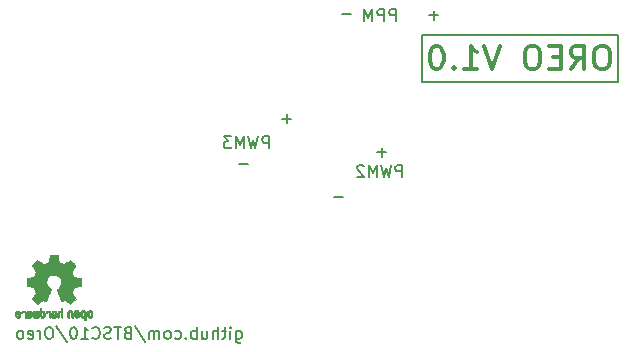
<source format=gbo>
%TF.GenerationSoftware,KiCad,Pcbnew,(6.0.5)*%
%TF.CreationDate,2023-02-02T09:11:55+00:00*%
%TF.ProjectId,Melty,4d656c74-792e-46b6-9963-61645f706362,rev?*%
%TF.SameCoordinates,Original*%
%TF.FileFunction,Legend,Bot*%
%TF.FilePolarity,Positive*%
%FSLAX46Y46*%
G04 Gerber Fmt 4.6, Leading zero omitted, Abs format (unit mm)*
G04 Created by KiCad (PCBNEW (6.0.5)) date 2023-02-02 09:11:55*
%MOMM*%
%LPD*%
G01*
G04 APERTURE LIST*
%ADD10C,0.150000*%
%ADD11C,0.300000*%
%ADD12C,0.010000*%
G04 APERTURE END LIST*
D10*
X114890000Y-67800000D02*
X131445000Y-67800000D01*
X131445000Y-67800000D02*
X131445000Y-63800000D01*
X131445000Y-63800000D02*
X114890000Y-63800000D01*
X114890000Y-63800000D02*
X114890000Y-67800000D01*
X100101352Y-74696628D02*
X99339447Y-74696628D01*
X113183752Y-75814180D02*
X113183752Y-74814180D01*
X112802800Y-74814180D01*
X112707561Y-74861800D01*
X112659942Y-74909419D01*
X112612323Y-75004657D01*
X112612323Y-75147514D01*
X112659942Y-75242752D01*
X112707561Y-75290371D01*
X112802800Y-75337990D01*
X113183752Y-75337990D01*
X112278990Y-74814180D02*
X112040895Y-75814180D01*
X111850419Y-75099895D01*
X111659942Y-75814180D01*
X111421847Y-74814180D01*
X111040895Y-75814180D02*
X111040895Y-74814180D01*
X110707561Y-75528466D01*
X110374228Y-74814180D01*
X110374228Y-75814180D01*
X109945657Y-74909419D02*
X109898038Y-74861800D01*
X109802800Y-74814180D01*
X109564704Y-74814180D01*
X109469466Y-74861800D01*
X109421847Y-74909419D01*
X109374228Y-75004657D01*
X109374228Y-75099895D01*
X109421847Y-75242752D01*
X109993276Y-75814180D01*
X109374228Y-75814180D01*
X116255752Y-62149028D02*
X115493847Y-62149028D01*
X115874800Y-62529980D02*
X115874800Y-61768076D01*
X108838952Y-62072828D02*
X108077047Y-62072828D01*
X112661533Y-62631580D02*
X112661533Y-61631580D01*
X112280580Y-61631580D01*
X112185342Y-61679200D01*
X112137723Y-61726819D01*
X112090104Y-61822057D01*
X112090104Y-61964914D01*
X112137723Y-62060152D01*
X112185342Y-62107771D01*
X112280580Y-62155390D01*
X112661533Y-62155390D01*
X111661533Y-62631580D02*
X111661533Y-61631580D01*
X111280580Y-61631580D01*
X111185342Y-61679200D01*
X111137723Y-61726819D01*
X111090104Y-61822057D01*
X111090104Y-61964914D01*
X111137723Y-62060152D01*
X111185342Y-62107771D01*
X111280580Y-62155390D01*
X111661533Y-62155390D01*
X110661533Y-62631580D02*
X110661533Y-61631580D01*
X110328200Y-62345866D01*
X109994866Y-61631580D01*
X109994866Y-62631580D01*
X108203952Y-77490628D02*
X107442047Y-77490628D01*
D11*
X130322857Y-64704761D02*
X129941904Y-64704761D01*
X129751428Y-64800000D01*
X129560952Y-64990476D01*
X129465714Y-65371428D01*
X129465714Y-66038095D01*
X129560952Y-66419047D01*
X129751428Y-66609523D01*
X129941904Y-66704761D01*
X130322857Y-66704761D01*
X130513333Y-66609523D01*
X130703809Y-66419047D01*
X130799047Y-66038095D01*
X130799047Y-65371428D01*
X130703809Y-64990476D01*
X130513333Y-64800000D01*
X130322857Y-64704761D01*
X127465714Y-66704761D02*
X128132380Y-65752380D01*
X128608571Y-66704761D02*
X128608571Y-64704761D01*
X127846666Y-64704761D01*
X127656190Y-64800000D01*
X127560952Y-64895238D01*
X127465714Y-65085714D01*
X127465714Y-65371428D01*
X127560952Y-65561904D01*
X127656190Y-65657142D01*
X127846666Y-65752380D01*
X128608571Y-65752380D01*
X126608571Y-65657142D02*
X125941904Y-65657142D01*
X125656190Y-66704761D02*
X126608571Y-66704761D01*
X126608571Y-64704761D01*
X125656190Y-64704761D01*
X124418095Y-64704761D02*
X124037142Y-64704761D01*
X123846666Y-64800000D01*
X123656190Y-64990476D01*
X123560952Y-65371428D01*
X123560952Y-66038095D01*
X123656190Y-66419047D01*
X123846666Y-66609523D01*
X124037142Y-66704761D01*
X124418095Y-66704761D01*
X124608571Y-66609523D01*
X124799047Y-66419047D01*
X124894285Y-66038095D01*
X124894285Y-65371428D01*
X124799047Y-64990476D01*
X124608571Y-64800000D01*
X124418095Y-64704761D01*
X121465714Y-64704761D02*
X120799047Y-66704761D01*
X120132380Y-64704761D01*
X118418095Y-66704761D02*
X119560952Y-66704761D01*
X118989523Y-66704761D02*
X118989523Y-64704761D01*
X119180000Y-64990476D01*
X119370476Y-65180952D01*
X119560952Y-65276190D01*
X117560952Y-66514285D02*
X117465714Y-66609523D01*
X117560952Y-66704761D01*
X117656190Y-66609523D01*
X117560952Y-66514285D01*
X117560952Y-66704761D01*
X116227619Y-64704761D02*
X116037142Y-64704761D01*
X115846666Y-64800000D01*
X115751428Y-64895238D01*
X115656190Y-65085714D01*
X115560952Y-65466666D01*
X115560952Y-65942857D01*
X115656190Y-66323809D01*
X115751428Y-66514285D01*
X115846666Y-66609523D01*
X116037142Y-66704761D01*
X116227619Y-66704761D01*
X116418095Y-66609523D01*
X116513333Y-66514285D01*
X116608571Y-66323809D01*
X116703809Y-65942857D01*
X116703809Y-65466666D01*
X116608571Y-65085714D01*
X116513333Y-64895238D01*
X116418095Y-64800000D01*
X116227619Y-64704761D01*
D10*
X99117609Y-88863514D02*
X99117609Y-89673038D01*
X99165228Y-89768276D01*
X99212847Y-89815895D01*
X99308085Y-89863514D01*
X99450942Y-89863514D01*
X99546180Y-89815895D01*
X99117609Y-89482561D02*
X99212847Y-89530180D01*
X99403323Y-89530180D01*
X99498561Y-89482561D01*
X99546180Y-89434942D01*
X99593800Y-89339704D01*
X99593800Y-89053990D01*
X99546180Y-88958752D01*
X99498561Y-88911133D01*
X99403323Y-88863514D01*
X99212847Y-88863514D01*
X99117609Y-88911133D01*
X98641419Y-89530180D02*
X98641419Y-88863514D01*
X98641419Y-88530180D02*
X98689038Y-88577800D01*
X98641419Y-88625419D01*
X98593800Y-88577800D01*
X98641419Y-88530180D01*
X98641419Y-88625419D01*
X98308085Y-88863514D02*
X97927133Y-88863514D01*
X98165228Y-88530180D02*
X98165228Y-89387323D01*
X98117609Y-89482561D01*
X98022371Y-89530180D01*
X97927133Y-89530180D01*
X97593800Y-89530180D02*
X97593800Y-88530180D01*
X97165228Y-89530180D02*
X97165228Y-89006371D01*
X97212847Y-88911133D01*
X97308085Y-88863514D01*
X97450942Y-88863514D01*
X97546180Y-88911133D01*
X97593800Y-88958752D01*
X96260466Y-88863514D02*
X96260466Y-89530180D01*
X96689038Y-88863514D02*
X96689038Y-89387323D01*
X96641419Y-89482561D01*
X96546180Y-89530180D01*
X96403323Y-89530180D01*
X96308085Y-89482561D01*
X96260466Y-89434942D01*
X95784276Y-89530180D02*
X95784276Y-88530180D01*
X95784276Y-88911133D02*
X95689038Y-88863514D01*
X95498561Y-88863514D01*
X95403323Y-88911133D01*
X95355704Y-88958752D01*
X95308085Y-89053990D01*
X95308085Y-89339704D01*
X95355704Y-89434942D01*
X95403323Y-89482561D01*
X95498561Y-89530180D01*
X95689038Y-89530180D01*
X95784276Y-89482561D01*
X94879514Y-89434942D02*
X94831895Y-89482561D01*
X94879514Y-89530180D01*
X94927133Y-89482561D01*
X94879514Y-89434942D01*
X94879514Y-89530180D01*
X93974752Y-89482561D02*
X94069990Y-89530180D01*
X94260466Y-89530180D01*
X94355704Y-89482561D01*
X94403323Y-89434942D01*
X94450942Y-89339704D01*
X94450942Y-89053990D01*
X94403323Y-88958752D01*
X94355704Y-88911133D01*
X94260466Y-88863514D01*
X94069990Y-88863514D01*
X93974752Y-88911133D01*
X93403323Y-89530180D02*
X93498561Y-89482561D01*
X93546180Y-89434942D01*
X93593800Y-89339704D01*
X93593800Y-89053990D01*
X93546180Y-88958752D01*
X93498561Y-88911133D01*
X93403323Y-88863514D01*
X93260466Y-88863514D01*
X93165228Y-88911133D01*
X93117609Y-88958752D01*
X93069990Y-89053990D01*
X93069990Y-89339704D01*
X93117609Y-89434942D01*
X93165228Y-89482561D01*
X93260466Y-89530180D01*
X93403323Y-89530180D01*
X92641419Y-89530180D02*
X92641419Y-88863514D01*
X92641419Y-88958752D02*
X92593800Y-88911133D01*
X92498561Y-88863514D01*
X92355704Y-88863514D01*
X92260466Y-88911133D01*
X92212847Y-89006371D01*
X92212847Y-89530180D01*
X92212847Y-89006371D02*
X92165228Y-88911133D01*
X92069990Y-88863514D01*
X91927133Y-88863514D01*
X91831895Y-88911133D01*
X91784276Y-89006371D01*
X91784276Y-89530180D01*
X90593800Y-88482561D02*
X91450942Y-89768276D01*
X89927133Y-89006371D02*
X89784276Y-89053990D01*
X89736657Y-89101609D01*
X89689038Y-89196847D01*
X89689038Y-89339704D01*
X89736657Y-89434942D01*
X89784276Y-89482561D01*
X89879514Y-89530180D01*
X90260466Y-89530180D01*
X90260466Y-88530180D01*
X89927133Y-88530180D01*
X89831895Y-88577800D01*
X89784276Y-88625419D01*
X89736657Y-88720657D01*
X89736657Y-88815895D01*
X89784276Y-88911133D01*
X89831895Y-88958752D01*
X89927133Y-89006371D01*
X90260466Y-89006371D01*
X89403323Y-88530180D02*
X88831895Y-88530180D01*
X89117609Y-89530180D02*
X89117609Y-88530180D01*
X88546180Y-89482561D02*
X88403323Y-89530180D01*
X88165228Y-89530180D01*
X88069990Y-89482561D01*
X88022371Y-89434942D01*
X87974752Y-89339704D01*
X87974752Y-89244466D01*
X88022371Y-89149228D01*
X88069990Y-89101609D01*
X88165228Y-89053990D01*
X88355704Y-89006371D01*
X88450942Y-88958752D01*
X88498561Y-88911133D01*
X88546180Y-88815895D01*
X88546180Y-88720657D01*
X88498561Y-88625419D01*
X88450942Y-88577800D01*
X88355704Y-88530180D01*
X88117609Y-88530180D01*
X87974752Y-88577800D01*
X86974752Y-89434942D02*
X87022371Y-89482561D01*
X87165228Y-89530180D01*
X87260466Y-89530180D01*
X87403323Y-89482561D01*
X87498561Y-89387323D01*
X87546180Y-89292085D01*
X87593800Y-89101609D01*
X87593800Y-88958752D01*
X87546180Y-88768276D01*
X87498561Y-88673038D01*
X87403323Y-88577800D01*
X87260466Y-88530180D01*
X87165228Y-88530180D01*
X87022371Y-88577800D01*
X86974752Y-88625419D01*
X86022371Y-89530180D02*
X86593800Y-89530180D01*
X86308085Y-89530180D02*
X86308085Y-88530180D01*
X86403323Y-88673038D01*
X86498561Y-88768276D01*
X86593800Y-88815895D01*
X85403323Y-88530180D02*
X85308085Y-88530180D01*
X85212847Y-88577800D01*
X85165228Y-88625419D01*
X85117609Y-88720657D01*
X85069990Y-88911133D01*
X85069990Y-89149228D01*
X85117609Y-89339704D01*
X85165228Y-89434942D01*
X85212847Y-89482561D01*
X85308085Y-89530180D01*
X85403323Y-89530180D01*
X85498561Y-89482561D01*
X85546180Y-89434942D01*
X85593800Y-89339704D01*
X85641419Y-89149228D01*
X85641419Y-88911133D01*
X85593800Y-88720657D01*
X85546180Y-88625419D01*
X85498561Y-88577800D01*
X85403323Y-88530180D01*
X83927133Y-88482561D02*
X84784276Y-89768276D01*
X83403323Y-88530180D02*
X83212847Y-88530180D01*
X83117609Y-88577800D01*
X83022371Y-88673038D01*
X82974752Y-88863514D01*
X82974752Y-89196847D01*
X83022371Y-89387323D01*
X83117609Y-89482561D01*
X83212847Y-89530180D01*
X83403323Y-89530180D01*
X83498561Y-89482561D01*
X83593800Y-89387323D01*
X83641419Y-89196847D01*
X83641419Y-88863514D01*
X83593800Y-88673038D01*
X83498561Y-88577800D01*
X83403323Y-88530180D01*
X82546180Y-89530180D02*
X82546180Y-88863514D01*
X82546180Y-89053990D02*
X82498561Y-88958752D01*
X82450942Y-88911133D01*
X82355704Y-88863514D01*
X82260466Y-88863514D01*
X81546180Y-89482561D02*
X81641419Y-89530180D01*
X81831895Y-89530180D01*
X81927133Y-89482561D01*
X81974752Y-89387323D01*
X81974752Y-89006371D01*
X81927133Y-88911133D01*
X81831895Y-88863514D01*
X81641419Y-88863514D01*
X81546180Y-88911133D01*
X81498561Y-89006371D01*
X81498561Y-89101609D01*
X81974752Y-89196847D01*
X80927133Y-89530180D02*
X81022371Y-89482561D01*
X81069990Y-89434942D01*
X81117609Y-89339704D01*
X81117609Y-89053990D01*
X81069990Y-88958752D01*
X81022371Y-88911133D01*
X80927133Y-88863514D01*
X80784276Y-88863514D01*
X80689038Y-88911133D01*
X80641419Y-88958752D01*
X80593800Y-89053990D01*
X80593800Y-89339704D01*
X80641419Y-89434942D01*
X80689038Y-89482561D01*
X80784276Y-89530180D01*
X80927133Y-89530180D01*
X103809752Y-70912028D02*
X103047847Y-70912028D01*
X103428800Y-71292980D02*
X103428800Y-70531076D01*
X111861552Y-73731428D02*
X111099647Y-73731428D01*
X111480600Y-74112380D02*
X111480600Y-73350476D01*
X101906152Y-73401180D02*
X101906152Y-72401180D01*
X101525200Y-72401180D01*
X101429961Y-72448800D01*
X101382342Y-72496419D01*
X101334723Y-72591657D01*
X101334723Y-72734514D01*
X101382342Y-72829752D01*
X101429961Y-72877371D01*
X101525200Y-72924990D01*
X101906152Y-72924990D01*
X101001390Y-72401180D02*
X100763295Y-73401180D01*
X100572819Y-72686895D01*
X100382342Y-73401180D01*
X100144247Y-72401180D01*
X99763295Y-73401180D02*
X99763295Y-72401180D01*
X99429961Y-73115466D01*
X99096628Y-72401180D01*
X99096628Y-73401180D01*
X98715676Y-72401180D02*
X98096628Y-72401180D01*
X98429961Y-72782133D01*
X98287104Y-72782133D01*
X98191866Y-72829752D01*
X98144247Y-72877371D01*
X98096628Y-72972609D01*
X98096628Y-73210704D01*
X98144247Y-73305942D01*
X98191866Y-73353561D01*
X98287104Y-73401180D01*
X98572819Y-73401180D01*
X98668057Y-73353561D01*
X98715676Y-73305942D01*
%TO.C,REF\u002A\u002A*%
G36*
X81175829Y-87142697D02*
G01*
X81235753Y-87164955D01*
X81260673Y-87181680D01*
X81285910Y-87205643D01*
X81303912Y-87236126D01*
X81315858Y-87277623D01*
X81322930Y-87334632D01*
X81326308Y-87411647D01*
X81327171Y-87513165D01*
X81327002Y-87565627D01*
X81326153Y-87637315D01*
X81324711Y-87694525D01*
X81322814Y-87732409D01*
X81320597Y-87746114D01*
X81306172Y-87741581D01*
X81277054Y-87729270D01*
X81276181Y-87728872D01*
X81261060Y-87720956D01*
X81250891Y-87710095D01*
X81244691Y-87691071D01*
X81241478Y-87658669D01*
X81240270Y-87607671D01*
X81240086Y-87532861D01*
X81239714Y-87485404D01*
X81235750Y-87396215D01*
X81226673Y-87330887D01*
X81211524Y-87285993D01*
X81189345Y-87258107D01*
X81159175Y-87243803D01*
X81154990Y-87242806D01*
X81098480Y-87242027D01*
X81054410Y-87267344D01*
X81023972Y-87318102D01*
X81018544Y-87332775D01*
X81006171Y-87365249D01*
X80999905Y-87380172D01*
X80987036Y-87378116D01*
X80958933Y-87366957D01*
X80932721Y-87348527D01*
X80920771Y-87313698D01*
X80924336Y-87288751D01*
X80946235Y-87238147D01*
X80981644Y-87190728D01*
X81023052Y-87157934D01*
X81040400Y-87150352D01*
X81106089Y-87137676D01*
X81175829Y-87142697D01*
G37*
D12*
X81175829Y-87142697D02*
X81235753Y-87164955D01*
X81260673Y-87181680D01*
X81285910Y-87205643D01*
X81303912Y-87236126D01*
X81315858Y-87277623D01*
X81322930Y-87334632D01*
X81326308Y-87411647D01*
X81327171Y-87513165D01*
X81327002Y-87565627D01*
X81326153Y-87637315D01*
X81324711Y-87694525D01*
X81322814Y-87732409D01*
X81320597Y-87746114D01*
X81306172Y-87741581D01*
X81277054Y-87729270D01*
X81276181Y-87728872D01*
X81261060Y-87720956D01*
X81250891Y-87710095D01*
X81244691Y-87691071D01*
X81241478Y-87658669D01*
X81240270Y-87607671D01*
X81240086Y-87532861D01*
X81239714Y-87485404D01*
X81235750Y-87396215D01*
X81226673Y-87330887D01*
X81211524Y-87285993D01*
X81189345Y-87258107D01*
X81159175Y-87243803D01*
X81154990Y-87242806D01*
X81098480Y-87242027D01*
X81054410Y-87267344D01*
X81023972Y-87318102D01*
X81018544Y-87332775D01*
X81006171Y-87365249D01*
X80999905Y-87380172D01*
X80987036Y-87378116D01*
X80958933Y-87366957D01*
X80932721Y-87348527D01*
X80920771Y-87313698D01*
X80924336Y-87288751D01*
X80946235Y-87238147D01*
X80981644Y-87190728D01*
X81023052Y-87157934D01*
X81040400Y-87150352D01*
X81106089Y-87137676D01*
X81175829Y-87142697D01*
G36*
X86404252Y-87604600D02*
G01*
X86404651Y-87636939D01*
X86405929Y-87745055D01*
X86406185Y-87827786D01*
X86404634Y-87888026D01*
X86400490Y-87928673D01*
X86392964Y-87952623D01*
X86381271Y-87962771D01*
X86364624Y-87962014D01*
X86342236Y-87953248D01*
X86313321Y-87939369D01*
X86307142Y-87936408D01*
X86281413Y-87921911D01*
X86267976Y-87904665D01*
X86262834Y-87875908D01*
X86261990Y-87826883D01*
X86261952Y-87738857D01*
X86171276Y-87738857D01*
X86115498Y-87736415D01*
X86071640Y-87726508D01*
X86035218Y-87706486D01*
X86032503Y-87704529D01*
X85995546Y-87671469D01*
X85969826Y-87631531D01*
X85953606Y-87579257D01*
X85945148Y-87509188D01*
X85943083Y-87430030D01*
X86087857Y-87430030D01*
X86087882Y-87443297D01*
X86089261Y-87503184D01*
X86093687Y-87542332D01*
X86102461Y-87567753D01*
X86116886Y-87586457D01*
X86117784Y-87587350D01*
X86153237Y-87611552D01*
X86187596Y-87609167D01*
X86226403Y-87579860D01*
X86235895Y-87569844D01*
X86249876Y-87549308D01*
X86257760Y-87522597D01*
X86261245Y-87482099D01*
X86262029Y-87420203D01*
X86261350Y-87382730D01*
X86253983Y-87314580D01*
X86237168Y-87269930D01*
X86209234Y-87245526D01*
X86168509Y-87238114D01*
X86151350Y-87239694D01*
X86121660Y-87255366D01*
X86102031Y-87290291D01*
X86091188Y-87347501D01*
X86087857Y-87430030D01*
X85943083Y-87430030D01*
X85942714Y-87415867D01*
X85943253Y-87347769D01*
X85945707Y-87296187D01*
X85951158Y-87260416D01*
X85960686Y-87233615D01*
X85975371Y-87208938D01*
X85988852Y-87190080D01*
X86037799Y-87139168D01*
X86093256Y-87111518D01*
X86162928Y-87102765D01*
X86242664Y-87111490D01*
X86311595Y-87142785D01*
X86366113Y-87197981D01*
X86370223Y-87203824D01*
X86379808Y-87219353D01*
X86387151Y-87237098D01*
X86392612Y-87260890D01*
X86396550Y-87294558D01*
X86399323Y-87341933D01*
X86401292Y-87406845D01*
X86401528Y-87420203D01*
X86402815Y-87493124D01*
X86404252Y-87604600D01*
G37*
X86404252Y-87604600D02*
X86404651Y-87636939D01*
X86405929Y-87745055D01*
X86406185Y-87827786D01*
X86404634Y-87888026D01*
X86400490Y-87928673D01*
X86392964Y-87952623D01*
X86381271Y-87962771D01*
X86364624Y-87962014D01*
X86342236Y-87953248D01*
X86313321Y-87939369D01*
X86307142Y-87936408D01*
X86281413Y-87921911D01*
X86267976Y-87904665D01*
X86262834Y-87875908D01*
X86261990Y-87826883D01*
X86261952Y-87738857D01*
X86171276Y-87738857D01*
X86115498Y-87736415D01*
X86071640Y-87726508D01*
X86035218Y-87706486D01*
X86032503Y-87704529D01*
X85995546Y-87671469D01*
X85969826Y-87631531D01*
X85953606Y-87579257D01*
X85945148Y-87509188D01*
X85943083Y-87430030D01*
X86087857Y-87430030D01*
X86087882Y-87443297D01*
X86089261Y-87503184D01*
X86093687Y-87542332D01*
X86102461Y-87567753D01*
X86116886Y-87586457D01*
X86117784Y-87587350D01*
X86153237Y-87611552D01*
X86187596Y-87609167D01*
X86226403Y-87579860D01*
X86235895Y-87569844D01*
X86249876Y-87549308D01*
X86257760Y-87522597D01*
X86261245Y-87482099D01*
X86262029Y-87420203D01*
X86261350Y-87382730D01*
X86253983Y-87314580D01*
X86237168Y-87269930D01*
X86209234Y-87245526D01*
X86168509Y-87238114D01*
X86151350Y-87239694D01*
X86121660Y-87255366D01*
X86102031Y-87290291D01*
X86091188Y-87347501D01*
X86087857Y-87430030D01*
X85943083Y-87430030D01*
X85942714Y-87415867D01*
X85943253Y-87347769D01*
X85945707Y-87296187D01*
X85951158Y-87260416D01*
X85960686Y-87233615D01*
X85975371Y-87208938D01*
X85988852Y-87190080D01*
X86037799Y-87139168D01*
X86093256Y-87111518D01*
X86162928Y-87102765D01*
X86242664Y-87111490D01*
X86311595Y-87142785D01*
X86366113Y-87197981D01*
X86370223Y-87203824D01*
X86379808Y-87219353D01*
X86387151Y-87237098D01*
X86392612Y-87260890D01*
X86396550Y-87294558D01*
X86399323Y-87341933D01*
X86401292Y-87406845D01*
X86401528Y-87420203D01*
X86402815Y-87493124D01*
X86404252Y-87604600D01*
G36*
X84371543Y-86941044D02*
G01*
X84418714Y-86960942D01*
X84418714Y-87358109D01*
X84418519Y-87461098D01*
X84417998Y-87553741D01*
X84417199Y-87632300D01*
X84416172Y-87693039D01*
X84414963Y-87732223D01*
X84413623Y-87746114D01*
X84413099Y-87746068D01*
X84395287Y-87741020D01*
X84362823Y-87730180D01*
X84317114Y-87714246D01*
X84317114Y-87509773D01*
X84316824Y-87429432D01*
X84315474Y-87371162D01*
X84312369Y-87331509D01*
X84306812Y-87305218D01*
X84298107Y-87287036D01*
X84285556Y-87271707D01*
X84276999Y-87263555D01*
X84230728Y-87240975D01*
X84179728Y-87242975D01*
X84132993Y-87269673D01*
X84126189Y-87276298D01*
X84115293Y-87290056D01*
X84107836Y-87308242D01*
X84103169Y-87335777D01*
X84100642Y-87377581D01*
X84099602Y-87438573D01*
X84099400Y-87523673D01*
X84099303Y-87566834D01*
X84098674Y-87637824D01*
X84097556Y-87694676D01*
X84096063Y-87732428D01*
X84094309Y-87746114D01*
X84093785Y-87746068D01*
X84075973Y-87741020D01*
X84043509Y-87730180D01*
X83997800Y-87714246D01*
X83997823Y-87508837D01*
X83997857Y-87490551D01*
X83999778Y-87395226D01*
X84005678Y-87323143D01*
X84017001Y-87269413D01*
X84035187Y-87229149D01*
X84061679Y-87197461D01*
X84097918Y-87169461D01*
X84133263Y-87151933D01*
X84189773Y-87138385D01*
X84245356Y-87137615D01*
X84288086Y-87150795D01*
X84291298Y-87152615D01*
X84301205Y-87152420D01*
X84307975Y-87137172D01*
X84312861Y-87102213D01*
X84317114Y-87042889D01*
X84324371Y-86921147D01*
X84371543Y-86941044D01*
G37*
X84371543Y-86941044D02*
X84418714Y-86960942D01*
X84418714Y-87358109D01*
X84418519Y-87461098D01*
X84417998Y-87553741D01*
X84417199Y-87632300D01*
X84416172Y-87693039D01*
X84414963Y-87732223D01*
X84413623Y-87746114D01*
X84413099Y-87746068D01*
X84395287Y-87741020D01*
X84362823Y-87730180D01*
X84317114Y-87714246D01*
X84317114Y-87509773D01*
X84316824Y-87429432D01*
X84315474Y-87371162D01*
X84312369Y-87331509D01*
X84306812Y-87305218D01*
X84298107Y-87287036D01*
X84285556Y-87271707D01*
X84276999Y-87263555D01*
X84230728Y-87240975D01*
X84179728Y-87242975D01*
X84132993Y-87269673D01*
X84126189Y-87276298D01*
X84115293Y-87290056D01*
X84107836Y-87308242D01*
X84103169Y-87335777D01*
X84100642Y-87377581D01*
X84099602Y-87438573D01*
X84099400Y-87523673D01*
X84099303Y-87566834D01*
X84098674Y-87637824D01*
X84097556Y-87694676D01*
X84096063Y-87732428D01*
X84094309Y-87746114D01*
X84093785Y-87746068D01*
X84075973Y-87741020D01*
X84043509Y-87730180D01*
X83997800Y-87714246D01*
X83997823Y-87508837D01*
X83997857Y-87490551D01*
X83999778Y-87395226D01*
X84005678Y-87323143D01*
X84017001Y-87269413D01*
X84035187Y-87229149D01*
X84061679Y-87197461D01*
X84097918Y-87169461D01*
X84133263Y-87151933D01*
X84189773Y-87138385D01*
X84245356Y-87137615D01*
X84288086Y-87150795D01*
X84291298Y-87152615D01*
X84301205Y-87152420D01*
X84307975Y-87137172D01*
X84312861Y-87102213D01*
X84317114Y-87042889D01*
X84324371Y-86921147D01*
X84371543Y-86941044D01*
G36*
X83300691Y-87158067D02*
G01*
X83305273Y-87160603D01*
X83342704Y-87189657D01*
X83376170Y-87227010D01*
X83382007Y-87235452D01*
X83393165Y-87255153D01*
X83401136Y-87278535D01*
X83406618Y-87310667D01*
X83410307Y-87356619D01*
X83412899Y-87421459D01*
X83415092Y-87510257D01*
X83415402Y-87525269D01*
X83416400Y-87622599D01*
X83414994Y-87691534D01*
X83411164Y-87732548D01*
X83404889Y-87746114D01*
X83385898Y-87742052D01*
X83353638Y-87729744D01*
X83346041Y-87726145D01*
X83334176Y-87717998D01*
X83325994Y-87704604D01*
X83320643Y-87681208D01*
X83317269Y-87643055D01*
X83315019Y-87585390D01*
X83313040Y-87503457D01*
X83312498Y-87479507D01*
X83310403Y-87403866D01*
X83307683Y-87350928D01*
X83303515Y-87315675D01*
X83297079Y-87293087D01*
X83287550Y-87278144D01*
X83274106Y-87265827D01*
X83234305Y-87244234D01*
X83185341Y-87240076D01*
X83141529Y-87256599D01*
X83110008Y-87290810D01*
X83097914Y-87339714D01*
X83097578Y-87353007D01*
X83090972Y-87377072D01*
X83071470Y-87380744D01*
X83033283Y-87366413D01*
X83024438Y-87361817D01*
X83000534Y-87334786D01*
X83000061Y-87294594D01*
X83022836Y-87239009D01*
X83043727Y-87208717D01*
X83097142Y-87165684D01*
X83163074Y-87141355D01*
X83233574Y-87138043D01*
X83300691Y-87158067D01*
G37*
X83300691Y-87158067D02*
X83305273Y-87160603D01*
X83342704Y-87189657D01*
X83376170Y-87227010D01*
X83382007Y-87235452D01*
X83393165Y-87255153D01*
X83401136Y-87278535D01*
X83406618Y-87310667D01*
X83410307Y-87356619D01*
X83412899Y-87421459D01*
X83415092Y-87510257D01*
X83415402Y-87525269D01*
X83416400Y-87622599D01*
X83414994Y-87691534D01*
X83411164Y-87732548D01*
X83404889Y-87746114D01*
X83385898Y-87742052D01*
X83353638Y-87729744D01*
X83346041Y-87726145D01*
X83334176Y-87717998D01*
X83325994Y-87704604D01*
X83320643Y-87681208D01*
X83317269Y-87643055D01*
X83315019Y-87585390D01*
X83313040Y-87503457D01*
X83312498Y-87479507D01*
X83310403Y-87403866D01*
X83307683Y-87350928D01*
X83303515Y-87315675D01*
X83297079Y-87293087D01*
X83287550Y-87278144D01*
X83274106Y-87265827D01*
X83234305Y-87244234D01*
X83185341Y-87240076D01*
X83141529Y-87256599D01*
X83110008Y-87290810D01*
X83097914Y-87339714D01*
X83097578Y-87353007D01*
X83090972Y-87377072D01*
X83071470Y-87380744D01*
X83033283Y-87366413D01*
X83024438Y-87361817D01*
X83000534Y-87334786D01*
X83000061Y-87294594D01*
X83022836Y-87239009D01*
X83043727Y-87208717D01*
X83097142Y-87165684D01*
X83163074Y-87141355D01*
X83233574Y-87138043D01*
X83300691Y-87158067D01*
G36*
X85124020Y-87109422D02*
G01*
X85191810Y-87141280D01*
X85247366Y-87196370D01*
X85258881Y-87213616D01*
X85268432Y-87233162D01*
X85275206Y-87257798D01*
X85279819Y-87292311D01*
X85282888Y-87341489D01*
X85285029Y-87410119D01*
X85286859Y-87502989D01*
X85291404Y-87760607D01*
X85253225Y-87746091D01*
X85218268Y-87732756D01*
X85192097Y-87719923D01*
X85175013Y-87703380D01*
X85165086Y-87678065D01*
X85160386Y-87638916D01*
X85158982Y-87580868D01*
X85158943Y-87498861D01*
X85158744Y-87433495D01*
X85157559Y-87370773D01*
X85154729Y-87327934D01*
X85149609Y-87299820D01*
X85141553Y-87281275D01*
X85129914Y-87267143D01*
X85101303Y-87247200D01*
X85053239Y-87239683D01*
X85005688Y-87258679D01*
X85002550Y-87261111D01*
X84992769Y-87272348D01*
X84985553Y-87290370D01*
X84980299Y-87319626D01*
X84976402Y-87364562D01*
X84973256Y-87429628D01*
X84970257Y-87519270D01*
X84963000Y-87759297D01*
X84901314Y-87731644D01*
X84839629Y-87703991D01*
X84839629Y-87484846D01*
X84839884Y-87425311D01*
X84842086Y-87342492D01*
X84847661Y-87280827D01*
X84857941Y-87235348D01*
X84874258Y-87201084D01*
X84897943Y-87173066D01*
X84930328Y-87146323D01*
X84976907Y-87119380D01*
X85050287Y-87101791D01*
X85124020Y-87109422D01*
G37*
X85124020Y-87109422D02*
X85191810Y-87141280D01*
X85247366Y-87196370D01*
X85258881Y-87213616D01*
X85268432Y-87233162D01*
X85275206Y-87257798D01*
X85279819Y-87292311D01*
X85282888Y-87341489D01*
X85285029Y-87410119D01*
X85286859Y-87502989D01*
X85291404Y-87760607D01*
X85253225Y-87746091D01*
X85218268Y-87732756D01*
X85192097Y-87719923D01*
X85175013Y-87703380D01*
X85165086Y-87678065D01*
X85160386Y-87638916D01*
X85158982Y-87580868D01*
X85158943Y-87498861D01*
X85158744Y-87433495D01*
X85157559Y-87370773D01*
X85154729Y-87327934D01*
X85149609Y-87299820D01*
X85141553Y-87281275D01*
X85129914Y-87267143D01*
X85101303Y-87247200D01*
X85053239Y-87239683D01*
X85005688Y-87258679D01*
X85002550Y-87261111D01*
X84992769Y-87272348D01*
X84985553Y-87290370D01*
X84980299Y-87319626D01*
X84976402Y-87364562D01*
X84973256Y-87429628D01*
X84970257Y-87519270D01*
X84963000Y-87759297D01*
X84901314Y-87731644D01*
X84839629Y-87703991D01*
X84839629Y-87484846D01*
X84839884Y-87425311D01*
X84842086Y-87342492D01*
X84847661Y-87280827D01*
X84857941Y-87235348D01*
X84874258Y-87201084D01*
X84897943Y-87173066D01*
X84930328Y-87146323D01*
X84976907Y-87119380D01*
X85050287Y-87101791D01*
X85124020Y-87109422D01*
G36*
X80833307Y-87482905D02*
G01*
X80829762Y-87559121D01*
X80820483Y-87614894D01*
X80803375Y-87656213D01*
X80776344Y-87689067D01*
X80737292Y-87719446D01*
X80712445Y-87733260D01*
X80672615Y-87742565D01*
X80616665Y-87741830D01*
X80585385Y-87738883D01*
X80547653Y-87729883D01*
X80517494Y-87710320D01*
X80482408Y-87673867D01*
X80477720Y-87668543D01*
X80446177Y-87627569D01*
X80431128Y-87591883D01*
X80427286Y-87549566D01*
X80427286Y-87487379D01*
X80470742Y-87503782D01*
X80502424Y-87522956D01*
X80529962Y-87567947D01*
X80535711Y-87582352D01*
X80567855Y-87623146D01*
X80611611Y-87643681D01*
X80659254Y-87641835D01*
X80703057Y-87615486D01*
X80718111Y-87599055D01*
X80731763Y-87574267D01*
X80727493Y-87551744D01*
X80702916Y-87528564D01*
X80655651Y-87501802D01*
X80583314Y-87468534D01*
X80434543Y-87403416D01*
X80430595Y-87338908D01*
X80432079Y-87297820D01*
X80529010Y-87297820D01*
X80536368Y-87323257D01*
X80569848Y-87350414D01*
X80630614Y-87381314D01*
X80640669Y-87385790D01*
X80688751Y-87406617D01*
X80724726Y-87421265D01*
X80741444Y-87426800D01*
X80743977Y-87422726D01*
X80744993Y-87397847D01*
X80741369Y-87357857D01*
X80732242Y-87318752D01*
X80703773Y-87269484D01*
X80662678Y-87241722D01*
X80613590Y-87237964D01*
X80561144Y-87260709D01*
X80546609Y-87272081D01*
X80529010Y-87297820D01*
X80432079Y-87297820D01*
X80432338Y-87290664D01*
X80454281Y-87229696D01*
X80481979Y-87196097D01*
X80539405Y-87158566D01*
X80607527Y-87139606D01*
X80677947Y-87141107D01*
X80742267Y-87164955D01*
X80756426Y-87174113D01*
X80788904Y-87202449D01*
X80811116Y-87238295D01*
X80824804Y-87286984D01*
X80831715Y-87353849D01*
X80832628Y-87397847D01*
X80833590Y-87444222D01*
X80833307Y-87482905D01*
G37*
X80833307Y-87482905D02*
X80829762Y-87559121D01*
X80820483Y-87614894D01*
X80803375Y-87656213D01*
X80776344Y-87689067D01*
X80737292Y-87719446D01*
X80712445Y-87733260D01*
X80672615Y-87742565D01*
X80616665Y-87741830D01*
X80585385Y-87738883D01*
X80547653Y-87729883D01*
X80517494Y-87710320D01*
X80482408Y-87673867D01*
X80477720Y-87668543D01*
X80446177Y-87627569D01*
X80431128Y-87591883D01*
X80427286Y-87549566D01*
X80427286Y-87487379D01*
X80470742Y-87503782D01*
X80502424Y-87522956D01*
X80529962Y-87567947D01*
X80535711Y-87582352D01*
X80567855Y-87623146D01*
X80611611Y-87643681D01*
X80659254Y-87641835D01*
X80703057Y-87615486D01*
X80718111Y-87599055D01*
X80731763Y-87574267D01*
X80727493Y-87551744D01*
X80702916Y-87528564D01*
X80655651Y-87501802D01*
X80583314Y-87468534D01*
X80434543Y-87403416D01*
X80430595Y-87338908D01*
X80432079Y-87297820D01*
X80529010Y-87297820D01*
X80536368Y-87323257D01*
X80569848Y-87350414D01*
X80630614Y-87381314D01*
X80640669Y-87385790D01*
X80688751Y-87406617D01*
X80724726Y-87421265D01*
X80741444Y-87426800D01*
X80743977Y-87422726D01*
X80744993Y-87397847D01*
X80741369Y-87357857D01*
X80732242Y-87318752D01*
X80703773Y-87269484D01*
X80662678Y-87241722D01*
X80613590Y-87237964D01*
X80561144Y-87260709D01*
X80546609Y-87272081D01*
X80529010Y-87297820D01*
X80432079Y-87297820D01*
X80432338Y-87290664D01*
X80454281Y-87229696D01*
X80481979Y-87196097D01*
X80539405Y-87158566D01*
X80607527Y-87139606D01*
X80677947Y-87141107D01*
X80742267Y-87164955D01*
X80756426Y-87174113D01*
X80788904Y-87202449D01*
X80811116Y-87238295D01*
X80824804Y-87286984D01*
X80831715Y-87353849D01*
X80832628Y-87397847D01*
X80833590Y-87444222D01*
X80833307Y-87482905D01*
G36*
X83806933Y-82433971D02*
G01*
X83882856Y-82434465D01*
X83937491Y-82435735D01*
X83974500Y-82438147D01*
X83997547Y-82442067D01*
X84010296Y-82447862D01*
X84016411Y-82455899D01*
X84019556Y-82466543D01*
X84019646Y-82466925D01*
X84024814Y-82491947D01*
X84034209Y-82540281D01*
X84046867Y-82606860D01*
X84061825Y-82686614D01*
X84078119Y-82774475D01*
X84079448Y-82781664D01*
X84095691Y-82866940D01*
X84110805Y-82941842D01*
X84123808Y-83001819D01*
X84133715Y-83042317D01*
X84139544Y-83058784D01*
X84139575Y-83058810D01*
X84157943Y-83067920D01*
X84195640Y-83083057D01*
X84244543Y-83100958D01*
X84247297Y-83101930D01*
X84309817Y-83125559D01*
X84382543Y-83155195D01*
X84450294Y-83184662D01*
X84561703Y-83235226D01*
X84808399Y-83066760D01*
X84825775Y-83054911D01*
X84900202Y-83004547D01*
X84966614Y-82960212D01*
X85021039Y-82924516D01*
X85059506Y-82900071D01*
X85078042Y-82889489D01*
X85090743Y-82891915D01*
X85119579Y-82910710D01*
X85164143Y-82947930D01*
X85225670Y-83004620D01*
X85305398Y-83081827D01*
X85312532Y-83088855D01*
X85375796Y-83151822D01*
X85431990Y-83208868D01*
X85477677Y-83256417D01*
X85509414Y-83290897D01*
X85523764Y-83308731D01*
X85523810Y-83308817D01*
X85525633Y-83322395D01*
X85518910Y-83344420D01*
X85501946Y-83377904D01*
X85473044Y-83425861D01*
X85430508Y-83491304D01*
X85372644Y-83577245D01*
X85362783Y-83591751D01*
X85312913Y-83665235D01*
X85268905Y-83730287D01*
X85233380Y-83783017D01*
X85208959Y-83819536D01*
X85198264Y-83835956D01*
X85197458Y-83839434D01*
X85202518Y-83865385D01*
X85217677Y-83907759D01*
X85240463Y-83959328D01*
X85271429Y-84026770D01*
X85306004Y-84106795D01*
X85335366Y-84179229D01*
X85342645Y-84197977D01*
X85361710Y-84245846D01*
X85375715Y-84279196D01*
X85382041Y-84291714D01*
X85389025Y-84292650D01*
X85420413Y-84298061D01*
X85471787Y-84307406D01*
X85537802Y-84319669D01*
X85613113Y-84333832D01*
X85692375Y-84348880D01*
X85770243Y-84363795D01*
X85841370Y-84377561D01*
X85900412Y-84389162D01*
X85942022Y-84397580D01*
X85960857Y-84401799D01*
X85963980Y-84402989D01*
X85971591Y-84409405D01*
X85977254Y-84423065D01*
X85981251Y-84447599D01*
X85983866Y-84486638D01*
X85985384Y-84543813D01*
X85986086Y-84622754D01*
X85986257Y-84727092D01*
X85986257Y-85044399D01*
X85910057Y-85059439D01*
X85900840Y-85061242D01*
X85851891Y-85070580D01*
X85784205Y-85083269D01*
X85705478Y-85097873D01*
X85623400Y-85112955D01*
X85591078Y-85119022D01*
X85518855Y-85133781D01*
X85458666Y-85147737D01*
X85416040Y-85159552D01*
X85396510Y-85167887D01*
X85387660Y-85181505D01*
X85371548Y-85217538D01*
X85355065Y-85264172D01*
X85349263Y-85281634D01*
X85327906Y-85338958D01*
X85300359Y-85406801D01*
X85271107Y-85473955D01*
X85255463Y-85509030D01*
X85233174Y-85561422D01*
X85217857Y-85600658D01*
X85212162Y-85620163D01*
X85212478Y-85621636D01*
X85223281Y-85642329D01*
X85247638Y-85682265D01*
X85283081Y-85737572D01*
X85327136Y-85804381D01*
X85377332Y-85878820D01*
X85542501Y-86121223D01*
X85325503Y-86338583D01*
X85304516Y-86359499D01*
X85240342Y-86422105D01*
X85182990Y-86476095D01*
X85135820Y-86518426D01*
X85102192Y-86546057D01*
X85085467Y-86555943D01*
X85067303Y-86548421D01*
X85029265Y-86526827D01*
X84975726Y-86493751D01*
X84910884Y-86451791D01*
X84838940Y-86403543D01*
X84768275Y-86355891D01*
X84704526Y-86313928D01*
X84652513Y-86280765D01*
X84616279Y-86258978D01*
X84599867Y-86251143D01*
X84598905Y-86251214D01*
X84577103Y-86258938D01*
X84538440Y-86276923D01*
X84490612Y-86301613D01*
X84490110Y-86301884D01*
X84426587Y-86333699D01*
X84383060Y-86349242D01*
X84356052Y-86349285D01*
X84342090Y-86334600D01*
X84336180Y-86320144D01*
X84320229Y-86281431D01*
X84295660Y-86221916D01*
X84263779Y-86144765D01*
X84225893Y-86053141D01*
X84183310Y-85950207D01*
X84137337Y-85839126D01*
X84095667Y-85738072D01*
X84053268Y-85634380D01*
X84015756Y-85541719D01*
X83984388Y-85463242D01*
X83960425Y-85402100D01*
X83945123Y-85361443D01*
X83939743Y-85344425D01*
X83950018Y-85328819D01*
X83978563Y-85302762D01*
X84018971Y-85272487D01*
X84115979Y-85193284D01*
X84202793Y-85092075D01*
X84266322Y-84980716D01*
X84306177Y-84862493D01*
X84321965Y-84740695D01*
X84313296Y-84618610D01*
X84279778Y-84499525D01*
X84221021Y-84386729D01*
X84136632Y-84283511D01*
X84092631Y-84243313D01*
X83987211Y-84172238D01*
X83874410Y-84125901D01*
X83757525Y-84103199D01*
X83639853Y-84103028D01*
X83524690Y-84124287D01*
X83415335Y-84165870D01*
X83315083Y-84226676D01*
X83227233Y-84305601D01*
X83155080Y-84401541D01*
X83101922Y-84513395D01*
X83071057Y-84640057D01*
X83065392Y-84701107D01*
X83073185Y-84833376D01*
X83108284Y-84958866D01*
X83169649Y-85075359D01*
X83256243Y-85180639D01*
X83367029Y-85272487D01*
X83405931Y-85301530D01*
X83435104Y-85327872D01*
X83446257Y-85344400D01*
X83441810Y-85358809D01*
X83427378Y-85397415D01*
X83404173Y-85456801D01*
X83373452Y-85533815D01*
X83336474Y-85625303D01*
X83294496Y-85728116D01*
X83248778Y-85839102D01*
X83207178Y-85939672D01*
X83164222Y-86043547D01*
X83125829Y-86136419D01*
X83093305Y-86215125D01*
X83067958Y-86276499D01*
X83051095Y-86317379D01*
X83044025Y-86334600D01*
X83043943Y-86334804D01*
X83029798Y-86349345D01*
X83002659Y-86349179D01*
X82959023Y-86333527D01*
X82895388Y-86301613D01*
X82890379Y-86298926D01*
X82843125Y-86274750D01*
X82805811Y-86257637D01*
X82786133Y-86251143D01*
X82770005Y-86258818D01*
X82733959Y-86280471D01*
X82682092Y-86313528D01*
X82618445Y-86355410D01*
X82547060Y-86403543D01*
X82476724Y-86450731D01*
X82411670Y-86492867D01*
X82357820Y-86526178D01*
X82319374Y-86548069D01*
X82300534Y-86555943D01*
X82297325Y-86554943D01*
X82274954Y-86539184D01*
X82236733Y-86506633D01*
X82186021Y-86460333D01*
X82126181Y-86403326D01*
X82060571Y-86338658D01*
X81843648Y-86121372D01*
X82012601Y-85872853D01*
X82181553Y-85624333D01*
X82130183Y-85513195D01*
X82130031Y-85512866D01*
X82099183Y-85442018D01*
X82067661Y-85363123D01*
X82042266Y-85293200D01*
X82038423Y-85281922D01*
X82019047Y-85229567D01*
X82001574Y-85188883D01*
X81989388Y-85167887D01*
X81984426Y-85164922D01*
X81954634Y-85154975D01*
X81904047Y-85142105D01*
X81838194Y-85127653D01*
X81762600Y-85112955D01*
X81739957Y-85108810D01*
X81658038Y-85093716D01*
X81581600Y-85079499D01*
X81518337Y-85067595D01*
X81475943Y-85059439D01*
X81399743Y-85044399D01*
X81399743Y-84727092D01*
X81399760Y-84688076D01*
X81400082Y-84592892D01*
X81401033Y-84521855D01*
X81402896Y-84471334D01*
X81405955Y-84437698D01*
X81410494Y-84417318D01*
X81416795Y-84406562D01*
X81425143Y-84401799D01*
X81433224Y-84399870D01*
X81466172Y-84393045D01*
X81518736Y-84382622D01*
X81585569Y-84369618D01*
X81661328Y-84355049D01*
X81740665Y-84339933D01*
X81818237Y-84325285D01*
X81888698Y-84312123D01*
X81946702Y-84301463D01*
X81986904Y-84294321D01*
X82003959Y-84291714D01*
X82005112Y-84290141D01*
X82014385Y-84269719D01*
X82030432Y-84230645D01*
X82050635Y-84179229D01*
X82078672Y-84109953D01*
X82113186Y-84029890D01*
X82145538Y-83959328D01*
X82152952Y-83943489D01*
X82173755Y-83893893D01*
X82186219Y-83855638D01*
X82187863Y-83835956D01*
X82187015Y-83834562D01*
X82173548Y-83814020D01*
X82146850Y-83774116D01*
X82109539Y-83718740D01*
X82064234Y-83651777D01*
X82013552Y-83577117D01*
X81956445Y-83492292D01*
X81913607Y-83426400D01*
X81884460Y-83378078D01*
X81867317Y-83344333D01*
X81860495Y-83322172D01*
X81862306Y-83308602D01*
X81862915Y-83307584D01*
X81879297Y-83287810D01*
X81912695Y-83251775D01*
X81959671Y-83203051D01*
X82016786Y-83145212D01*
X82080603Y-83081827D01*
X82146802Y-83017505D01*
X82211648Y-82957047D01*
X82259299Y-82916255D01*
X82290990Y-82894084D01*
X82307958Y-82889489D01*
X82310175Y-82890521D01*
X82333524Y-82904437D01*
X82375912Y-82931630D01*
X82433369Y-82969489D01*
X82501923Y-83015403D01*
X82577601Y-83066760D01*
X82824298Y-83235226D01*
X82935706Y-83184662D01*
X82938943Y-83183197D01*
X83007343Y-83153565D01*
X83079907Y-83124093D01*
X83141457Y-83100958D01*
X83141729Y-83100862D01*
X83190595Y-83082967D01*
X83228212Y-83067853D01*
X83246457Y-83058784D01*
X83246752Y-83058455D01*
X83252946Y-83039882D01*
X83263139Y-82997645D01*
X83276348Y-82936296D01*
X83291590Y-82860389D01*
X83307881Y-82774475D01*
X83308449Y-82771396D01*
X83324713Y-82683728D01*
X83339608Y-82604341D01*
X83352171Y-82538301D01*
X83361438Y-82490679D01*
X83366444Y-82466543D01*
X83366764Y-82465205D01*
X83370060Y-82454873D01*
X83376738Y-82447106D01*
X83390462Y-82441540D01*
X83414895Y-82437807D01*
X83453702Y-82435542D01*
X83510546Y-82434378D01*
X83589090Y-82433948D01*
X83693000Y-82433886D01*
X83706056Y-82433886D01*
X83806933Y-82433971D01*
G37*
X83806933Y-82433971D02*
X83882856Y-82434465D01*
X83937491Y-82435735D01*
X83974500Y-82438147D01*
X83997547Y-82442067D01*
X84010296Y-82447862D01*
X84016411Y-82455899D01*
X84019556Y-82466543D01*
X84019646Y-82466925D01*
X84024814Y-82491947D01*
X84034209Y-82540281D01*
X84046867Y-82606860D01*
X84061825Y-82686614D01*
X84078119Y-82774475D01*
X84079448Y-82781664D01*
X84095691Y-82866940D01*
X84110805Y-82941842D01*
X84123808Y-83001819D01*
X84133715Y-83042317D01*
X84139544Y-83058784D01*
X84139575Y-83058810D01*
X84157943Y-83067920D01*
X84195640Y-83083057D01*
X84244543Y-83100958D01*
X84247297Y-83101930D01*
X84309817Y-83125559D01*
X84382543Y-83155195D01*
X84450294Y-83184662D01*
X84561703Y-83235226D01*
X84808399Y-83066760D01*
X84825775Y-83054911D01*
X84900202Y-83004547D01*
X84966614Y-82960212D01*
X85021039Y-82924516D01*
X85059506Y-82900071D01*
X85078042Y-82889489D01*
X85090743Y-82891915D01*
X85119579Y-82910710D01*
X85164143Y-82947930D01*
X85225670Y-83004620D01*
X85305398Y-83081827D01*
X85312532Y-83088855D01*
X85375796Y-83151822D01*
X85431990Y-83208868D01*
X85477677Y-83256417D01*
X85509414Y-83290897D01*
X85523764Y-83308731D01*
X85523810Y-83308817D01*
X85525633Y-83322395D01*
X85518910Y-83344420D01*
X85501946Y-83377904D01*
X85473044Y-83425861D01*
X85430508Y-83491304D01*
X85372644Y-83577245D01*
X85362783Y-83591751D01*
X85312913Y-83665235D01*
X85268905Y-83730287D01*
X85233380Y-83783017D01*
X85208959Y-83819536D01*
X85198264Y-83835956D01*
X85197458Y-83839434D01*
X85202518Y-83865385D01*
X85217677Y-83907759D01*
X85240463Y-83959328D01*
X85271429Y-84026770D01*
X85306004Y-84106795D01*
X85335366Y-84179229D01*
X85342645Y-84197977D01*
X85361710Y-84245846D01*
X85375715Y-84279196D01*
X85382041Y-84291714D01*
X85389025Y-84292650D01*
X85420413Y-84298061D01*
X85471787Y-84307406D01*
X85537802Y-84319669D01*
X85613113Y-84333832D01*
X85692375Y-84348880D01*
X85770243Y-84363795D01*
X85841370Y-84377561D01*
X85900412Y-84389162D01*
X85942022Y-84397580D01*
X85960857Y-84401799D01*
X85963980Y-84402989D01*
X85971591Y-84409405D01*
X85977254Y-84423065D01*
X85981251Y-84447599D01*
X85983866Y-84486638D01*
X85985384Y-84543813D01*
X85986086Y-84622754D01*
X85986257Y-84727092D01*
X85986257Y-85044399D01*
X85910057Y-85059439D01*
X85900840Y-85061242D01*
X85851891Y-85070580D01*
X85784205Y-85083269D01*
X85705478Y-85097873D01*
X85623400Y-85112955D01*
X85591078Y-85119022D01*
X85518855Y-85133781D01*
X85458666Y-85147737D01*
X85416040Y-85159552D01*
X85396510Y-85167887D01*
X85387660Y-85181505D01*
X85371548Y-85217538D01*
X85355065Y-85264172D01*
X85349263Y-85281634D01*
X85327906Y-85338958D01*
X85300359Y-85406801D01*
X85271107Y-85473955D01*
X85255463Y-85509030D01*
X85233174Y-85561422D01*
X85217857Y-85600658D01*
X85212162Y-85620163D01*
X85212478Y-85621636D01*
X85223281Y-85642329D01*
X85247638Y-85682265D01*
X85283081Y-85737572D01*
X85327136Y-85804381D01*
X85377332Y-85878820D01*
X85542501Y-86121223D01*
X85325503Y-86338583D01*
X85304516Y-86359499D01*
X85240342Y-86422105D01*
X85182990Y-86476095D01*
X85135820Y-86518426D01*
X85102192Y-86546057D01*
X85085467Y-86555943D01*
X85067303Y-86548421D01*
X85029265Y-86526827D01*
X84975726Y-86493751D01*
X84910884Y-86451791D01*
X84838940Y-86403543D01*
X84768275Y-86355891D01*
X84704526Y-86313928D01*
X84652513Y-86280765D01*
X84616279Y-86258978D01*
X84599867Y-86251143D01*
X84598905Y-86251214D01*
X84577103Y-86258938D01*
X84538440Y-86276923D01*
X84490612Y-86301613D01*
X84490110Y-86301884D01*
X84426587Y-86333699D01*
X84383060Y-86349242D01*
X84356052Y-86349285D01*
X84342090Y-86334600D01*
X84336180Y-86320144D01*
X84320229Y-86281431D01*
X84295660Y-86221916D01*
X84263779Y-86144765D01*
X84225893Y-86053141D01*
X84183310Y-85950207D01*
X84137337Y-85839126D01*
X84095667Y-85738072D01*
X84053268Y-85634380D01*
X84015756Y-85541719D01*
X83984388Y-85463242D01*
X83960425Y-85402100D01*
X83945123Y-85361443D01*
X83939743Y-85344425D01*
X83950018Y-85328819D01*
X83978563Y-85302762D01*
X84018971Y-85272487D01*
X84115979Y-85193284D01*
X84202793Y-85092075D01*
X84266322Y-84980716D01*
X84306177Y-84862493D01*
X84321965Y-84740695D01*
X84313296Y-84618610D01*
X84279778Y-84499525D01*
X84221021Y-84386729D01*
X84136632Y-84283511D01*
X84092631Y-84243313D01*
X83987211Y-84172238D01*
X83874410Y-84125901D01*
X83757525Y-84103199D01*
X83639853Y-84103028D01*
X83524690Y-84124287D01*
X83415335Y-84165870D01*
X83315083Y-84226676D01*
X83227233Y-84305601D01*
X83155080Y-84401541D01*
X83101922Y-84513395D01*
X83071057Y-84640057D01*
X83065392Y-84701107D01*
X83073185Y-84833376D01*
X83108284Y-84958866D01*
X83169649Y-85075359D01*
X83256243Y-85180639D01*
X83367029Y-85272487D01*
X83405931Y-85301530D01*
X83435104Y-85327872D01*
X83446257Y-85344400D01*
X83441810Y-85358809D01*
X83427378Y-85397415D01*
X83404173Y-85456801D01*
X83373452Y-85533815D01*
X83336474Y-85625303D01*
X83294496Y-85728116D01*
X83248778Y-85839102D01*
X83207178Y-85939672D01*
X83164222Y-86043547D01*
X83125829Y-86136419D01*
X83093305Y-86215125D01*
X83067958Y-86276499D01*
X83051095Y-86317379D01*
X83044025Y-86334600D01*
X83043943Y-86334804D01*
X83029798Y-86349345D01*
X83002659Y-86349179D01*
X82959023Y-86333527D01*
X82895388Y-86301613D01*
X82890379Y-86298926D01*
X82843125Y-86274750D01*
X82805811Y-86257637D01*
X82786133Y-86251143D01*
X82770005Y-86258818D01*
X82733959Y-86280471D01*
X82682092Y-86313528D01*
X82618445Y-86355410D01*
X82547060Y-86403543D01*
X82476724Y-86450731D01*
X82411670Y-86492867D01*
X82357820Y-86526178D01*
X82319374Y-86548069D01*
X82300534Y-86555943D01*
X82297325Y-86554943D01*
X82274954Y-86539184D01*
X82236733Y-86506633D01*
X82186021Y-86460333D01*
X82126181Y-86403326D01*
X82060571Y-86338658D01*
X81843648Y-86121372D01*
X82012601Y-85872853D01*
X82181553Y-85624333D01*
X82130183Y-85513195D01*
X82130031Y-85512866D01*
X82099183Y-85442018D01*
X82067661Y-85363123D01*
X82042266Y-85293200D01*
X82038423Y-85281922D01*
X82019047Y-85229567D01*
X82001574Y-85188883D01*
X81989388Y-85167887D01*
X81984426Y-85164922D01*
X81954634Y-85154975D01*
X81904047Y-85142105D01*
X81838194Y-85127653D01*
X81762600Y-85112955D01*
X81739957Y-85108810D01*
X81658038Y-85093716D01*
X81581600Y-85079499D01*
X81518337Y-85067595D01*
X81475943Y-85059439D01*
X81399743Y-85044399D01*
X81399743Y-84727092D01*
X81399760Y-84688076D01*
X81400082Y-84592892D01*
X81401033Y-84521855D01*
X81402896Y-84471334D01*
X81405955Y-84437698D01*
X81410494Y-84417318D01*
X81416795Y-84406562D01*
X81425143Y-84401799D01*
X81433224Y-84399870D01*
X81466172Y-84393045D01*
X81518736Y-84382622D01*
X81585569Y-84369618D01*
X81661328Y-84355049D01*
X81740665Y-84339933D01*
X81818237Y-84325285D01*
X81888698Y-84312123D01*
X81946702Y-84301463D01*
X81986904Y-84294321D01*
X82003959Y-84291714D01*
X82005112Y-84290141D01*
X82014385Y-84269719D01*
X82030432Y-84230645D01*
X82050635Y-84179229D01*
X82078672Y-84109953D01*
X82113186Y-84029890D01*
X82145538Y-83959328D01*
X82152952Y-83943489D01*
X82173755Y-83893893D01*
X82186219Y-83855638D01*
X82187863Y-83835956D01*
X82187015Y-83834562D01*
X82173548Y-83814020D01*
X82146850Y-83774116D01*
X82109539Y-83718740D01*
X82064234Y-83651777D01*
X82013552Y-83577117D01*
X81956445Y-83492292D01*
X81913607Y-83426400D01*
X81884460Y-83378078D01*
X81867317Y-83344333D01*
X81860495Y-83322172D01*
X81862306Y-83308602D01*
X81862915Y-83307584D01*
X81879297Y-83287810D01*
X81912695Y-83251775D01*
X81959671Y-83203051D01*
X82016786Y-83145212D01*
X82080603Y-83081827D01*
X82146802Y-83017505D01*
X82211648Y-82957047D01*
X82259299Y-82916255D01*
X82290990Y-82894084D01*
X82307958Y-82889489D01*
X82310175Y-82890521D01*
X82333524Y-82904437D01*
X82375912Y-82931630D01*
X82433369Y-82969489D01*
X82501923Y-83015403D01*
X82577601Y-83066760D01*
X82824298Y-83235226D01*
X82935706Y-83184662D01*
X82938943Y-83183197D01*
X83007343Y-83153565D01*
X83079907Y-83124093D01*
X83141457Y-83100958D01*
X83141729Y-83100862D01*
X83190595Y-83082967D01*
X83228212Y-83067853D01*
X83246457Y-83058784D01*
X83246752Y-83058455D01*
X83252946Y-83039882D01*
X83263139Y-82997645D01*
X83276348Y-82936296D01*
X83291590Y-82860389D01*
X83307881Y-82774475D01*
X83308449Y-82771396D01*
X83324713Y-82683728D01*
X83339608Y-82604341D01*
X83352171Y-82538301D01*
X83361438Y-82490679D01*
X83366444Y-82466543D01*
X83366764Y-82465205D01*
X83370060Y-82454873D01*
X83376738Y-82447106D01*
X83390462Y-82441540D01*
X83414895Y-82437807D01*
X83453702Y-82435542D01*
X83510546Y-82434378D01*
X83589090Y-82433948D01*
X83693000Y-82433886D01*
X83706056Y-82433886D01*
X83806933Y-82433971D01*
G36*
X83782483Y-87152169D02*
G01*
X83832376Y-87181261D01*
X83854325Y-87203927D01*
X83896504Y-87271682D01*
X83910714Y-87345550D01*
X83910714Y-87396370D01*
X83863999Y-87376728D01*
X83831692Y-87356908D01*
X83806231Y-87315760D01*
X83803616Y-87307275D01*
X83775478Y-87264051D01*
X83733067Y-87240703D01*
X83684370Y-87239700D01*
X83637373Y-87263514D01*
X83630357Y-87269656D01*
X83606893Y-87296345D01*
X83603019Y-87319614D01*
X83620768Y-87342462D01*
X83662179Y-87367887D01*
X83729286Y-87398888D01*
X83733824Y-87400852D01*
X83808322Y-87435590D01*
X83859203Y-87466363D01*
X83890525Y-87497088D01*
X83906343Y-87531682D01*
X83910714Y-87574062D01*
X83904986Y-87621046D01*
X83876062Y-87681185D01*
X83825178Y-87724388D01*
X83788374Y-87737359D01*
X83736434Y-87744456D01*
X83685999Y-87742940D01*
X83649983Y-87732232D01*
X83646158Y-87729566D01*
X83635998Y-87710937D01*
X83643048Y-87678105D01*
X83655297Y-87652335D01*
X83674939Y-87641606D01*
X83712191Y-87642139D01*
X83763908Y-87639062D01*
X83797701Y-87617812D01*
X83809114Y-87578477D01*
X83809104Y-87577347D01*
X83802187Y-87554513D01*
X83778659Y-87533563D01*
X83732914Y-87509415D01*
X83670704Y-87480341D01*
X83629499Y-87464525D01*
X83605712Y-87465544D01*
X83594597Y-87486437D01*
X83591408Y-87530241D01*
X83591400Y-87599993D01*
X83591044Y-87643052D01*
X83589413Y-87696226D01*
X83586761Y-87732622D01*
X83583422Y-87746114D01*
X83582530Y-87746023D01*
X83563237Y-87738710D01*
X83531284Y-87723278D01*
X83487124Y-87700442D01*
X83492371Y-87494678D01*
X83492736Y-87481032D01*
X83496904Y-87385251D01*
X83504268Y-87313062D01*
X83516330Y-87259658D01*
X83534593Y-87220233D01*
X83560560Y-87189980D01*
X83595733Y-87164093D01*
X83596384Y-87163687D01*
X83653256Y-87142568D01*
X83719033Y-87139000D01*
X83782483Y-87152169D01*
G37*
X83782483Y-87152169D02*
X83832376Y-87181261D01*
X83854325Y-87203927D01*
X83896504Y-87271682D01*
X83910714Y-87345550D01*
X83910714Y-87396370D01*
X83863999Y-87376728D01*
X83831692Y-87356908D01*
X83806231Y-87315760D01*
X83803616Y-87307275D01*
X83775478Y-87264051D01*
X83733067Y-87240703D01*
X83684370Y-87239700D01*
X83637373Y-87263514D01*
X83630357Y-87269656D01*
X83606893Y-87296345D01*
X83603019Y-87319614D01*
X83620768Y-87342462D01*
X83662179Y-87367887D01*
X83729286Y-87398888D01*
X83733824Y-87400852D01*
X83808322Y-87435590D01*
X83859203Y-87466363D01*
X83890525Y-87497088D01*
X83906343Y-87531682D01*
X83910714Y-87574062D01*
X83904986Y-87621046D01*
X83876062Y-87681185D01*
X83825178Y-87724388D01*
X83788374Y-87737359D01*
X83736434Y-87744456D01*
X83685999Y-87742940D01*
X83649983Y-87732232D01*
X83646158Y-87729566D01*
X83635998Y-87710937D01*
X83643048Y-87678105D01*
X83655297Y-87652335D01*
X83674939Y-87641606D01*
X83712191Y-87642139D01*
X83763908Y-87639062D01*
X83797701Y-87617812D01*
X83809114Y-87578477D01*
X83809104Y-87577347D01*
X83802187Y-87554513D01*
X83778659Y-87533563D01*
X83732914Y-87509415D01*
X83670704Y-87480341D01*
X83629499Y-87464525D01*
X83605712Y-87465544D01*
X83594597Y-87486437D01*
X83591408Y-87530241D01*
X83591400Y-87599993D01*
X83591044Y-87643052D01*
X83589413Y-87696226D01*
X83586761Y-87732622D01*
X83583422Y-87746114D01*
X83582530Y-87746023D01*
X83563237Y-87738710D01*
X83531284Y-87723278D01*
X83487124Y-87700442D01*
X83492371Y-87494678D01*
X83492736Y-87481032D01*
X83496904Y-87385251D01*
X83504268Y-87313062D01*
X83516330Y-87259658D01*
X83534593Y-87220233D01*
X83560560Y-87189980D01*
X83595733Y-87164093D01*
X83596384Y-87163687D01*
X83653256Y-87142568D01*
X83719033Y-87139000D01*
X83782483Y-87152169D01*
G36*
X82922537Y-87497913D02*
G01*
X82914345Y-87575062D01*
X82896519Y-87632876D01*
X82866975Y-87677022D01*
X82823625Y-87713168D01*
X82782332Y-87734063D01*
X82712987Y-87745690D01*
X82643736Y-87732977D01*
X82581145Y-87697545D01*
X82531779Y-87641018D01*
X82525818Y-87630595D01*
X82517945Y-87612333D01*
X82512106Y-87589029D01*
X82507999Y-87556685D01*
X82505325Y-87511304D01*
X82503781Y-87448887D01*
X82503734Y-87443348D01*
X82604429Y-87443348D01*
X82604772Y-87496177D01*
X82606942Y-87543962D01*
X82612307Y-87574809D01*
X82622217Y-87595535D01*
X82638021Y-87612956D01*
X82641724Y-87616305D01*
X82689299Y-87641019D01*
X82739635Y-87638490D01*
X82786517Y-87608888D01*
X82800477Y-87593553D01*
X82812160Y-87573222D01*
X82818686Y-87545114D01*
X82821524Y-87502150D01*
X82822143Y-87437247D01*
X82821837Y-87387722D01*
X82819722Y-87339382D01*
X82814390Y-87308187D01*
X82804460Y-87287247D01*
X82788550Y-87269673D01*
X82779204Y-87261759D01*
X82730776Y-87240443D01*
X82680040Y-87243798D01*
X82635987Y-87271707D01*
X82626504Y-87282773D01*
X82614939Y-87303609D01*
X82608252Y-87332706D01*
X82605173Y-87376981D01*
X82604429Y-87443348D01*
X82503734Y-87443348D01*
X82503067Y-87365437D01*
X82502883Y-87256958D01*
X82502829Y-86920201D01*
X82550000Y-86939962D01*
X82562472Y-86945370D01*
X82582324Y-86957585D01*
X82593687Y-86976082D01*
X82599933Y-87008429D01*
X82604429Y-87062193D01*
X82608535Y-87110466D01*
X82613963Y-87142157D01*
X82621739Y-87153983D01*
X82633457Y-87150812D01*
X82663318Y-87139667D01*
X82716684Y-87136904D01*
X82774093Y-87147225D01*
X82823625Y-87169461D01*
X82850876Y-87190043D01*
X82885865Y-87230200D01*
X82908274Y-87281686D01*
X82920190Y-87350168D01*
X82923542Y-87437247D01*
X82923698Y-87441314D01*
X82922537Y-87497913D01*
G37*
X82922537Y-87497913D02*
X82914345Y-87575062D01*
X82896519Y-87632876D01*
X82866975Y-87677022D01*
X82823625Y-87713168D01*
X82782332Y-87734063D01*
X82712987Y-87745690D01*
X82643736Y-87732977D01*
X82581145Y-87697545D01*
X82531779Y-87641018D01*
X82525818Y-87630595D01*
X82517945Y-87612333D01*
X82512106Y-87589029D01*
X82507999Y-87556685D01*
X82505325Y-87511304D01*
X82503781Y-87448887D01*
X82503734Y-87443348D01*
X82604429Y-87443348D01*
X82604772Y-87496177D01*
X82606942Y-87543962D01*
X82612307Y-87574809D01*
X82622217Y-87595535D01*
X82638021Y-87612956D01*
X82641724Y-87616305D01*
X82689299Y-87641019D01*
X82739635Y-87638490D01*
X82786517Y-87608888D01*
X82800477Y-87593553D01*
X82812160Y-87573222D01*
X82818686Y-87545114D01*
X82821524Y-87502150D01*
X82822143Y-87437247D01*
X82821837Y-87387722D01*
X82819722Y-87339382D01*
X82814390Y-87308187D01*
X82804460Y-87287247D01*
X82788550Y-87269673D01*
X82779204Y-87261759D01*
X82730776Y-87240443D01*
X82680040Y-87243798D01*
X82635987Y-87271707D01*
X82626504Y-87282773D01*
X82614939Y-87303609D01*
X82608252Y-87332706D01*
X82605173Y-87376981D01*
X82604429Y-87443348D01*
X82503734Y-87443348D01*
X82503067Y-87365437D01*
X82502883Y-87256958D01*
X82502829Y-86920201D01*
X82550000Y-86939962D01*
X82562472Y-86945370D01*
X82582324Y-86957585D01*
X82593687Y-86976082D01*
X82599933Y-87008429D01*
X82604429Y-87062193D01*
X82608535Y-87110466D01*
X82613963Y-87142157D01*
X82621739Y-87153983D01*
X82633457Y-87150812D01*
X82663318Y-87139667D01*
X82716684Y-87136904D01*
X82774093Y-87147225D01*
X82823625Y-87169461D01*
X82850876Y-87190043D01*
X82885865Y-87230200D01*
X82908274Y-87281686D01*
X82920190Y-87350168D01*
X82923542Y-87437247D01*
X82923698Y-87441314D01*
X82922537Y-87497913D01*
G36*
X85850684Y-87495678D02*
G01*
X85848078Y-87518987D01*
X85828660Y-87601952D01*
X85793573Y-87665048D01*
X85740212Y-87713408D01*
X85737196Y-87715404D01*
X85669362Y-87743785D01*
X85598535Y-87746311D01*
X85530289Y-87724697D01*
X85470196Y-87680662D01*
X85423829Y-87615922D01*
X85423050Y-87614361D01*
X85407643Y-87574158D01*
X85396357Y-87528466D01*
X85390370Y-87485572D01*
X85390861Y-87453760D01*
X85399007Y-87441314D01*
X85406244Y-87442071D01*
X85440851Y-87455835D01*
X85480078Y-87481146D01*
X85513448Y-87510445D01*
X85530483Y-87536172D01*
X85548192Y-87571071D01*
X85584485Y-87602812D01*
X85626630Y-87615486D01*
X85642077Y-87611821D01*
X85672569Y-87593374D01*
X85699128Y-87567766D01*
X85710486Y-87544534D01*
X85710482Y-87544448D01*
X85697596Y-87533779D01*
X85663241Y-87514533D01*
X85612593Y-87489413D01*
X85550829Y-87461124D01*
X85550489Y-87460974D01*
X85483388Y-87431098D01*
X85438411Y-87409573D01*
X85411145Y-87393037D01*
X85397178Y-87378131D01*
X85392097Y-87361493D01*
X85391490Y-87339762D01*
X85395712Y-87298613D01*
X85539000Y-87298613D01*
X85553791Y-87311549D01*
X85590644Y-87330933D01*
X85591725Y-87331481D01*
X85635205Y-87352187D01*
X85674102Y-87368705D01*
X85698778Y-87375693D01*
X85708676Y-87366353D01*
X85710486Y-87334348D01*
X85702966Y-87294515D01*
X85676897Y-87258317D01*
X85639154Y-87239550D01*
X85597077Y-87241445D01*
X85558005Y-87267232D01*
X85542647Y-87285051D01*
X85539000Y-87298613D01*
X85395712Y-87298613D01*
X85396833Y-87287686D01*
X85423251Y-87216935D01*
X85467473Y-87161335D01*
X85524697Y-87122839D01*
X85590120Y-87103397D01*
X85658937Y-87104959D01*
X85726347Y-87129478D01*
X85787544Y-87178902D01*
X85821450Y-87227812D01*
X85845806Y-87297627D01*
X85849767Y-87334348D01*
X85855299Y-87385655D01*
X85850684Y-87495678D01*
G37*
X85850684Y-87495678D02*
X85848078Y-87518987D01*
X85828660Y-87601952D01*
X85793573Y-87665048D01*
X85740212Y-87713408D01*
X85737196Y-87715404D01*
X85669362Y-87743785D01*
X85598535Y-87746311D01*
X85530289Y-87724697D01*
X85470196Y-87680662D01*
X85423829Y-87615922D01*
X85423050Y-87614361D01*
X85407643Y-87574158D01*
X85396357Y-87528466D01*
X85390370Y-87485572D01*
X85390861Y-87453760D01*
X85399007Y-87441314D01*
X85406244Y-87442071D01*
X85440851Y-87455835D01*
X85480078Y-87481146D01*
X85513448Y-87510445D01*
X85530483Y-87536172D01*
X85548192Y-87571071D01*
X85584485Y-87602812D01*
X85626630Y-87615486D01*
X85642077Y-87611821D01*
X85672569Y-87593374D01*
X85699128Y-87567766D01*
X85710486Y-87544534D01*
X85710482Y-87544448D01*
X85697596Y-87533779D01*
X85663241Y-87514533D01*
X85612593Y-87489413D01*
X85550829Y-87461124D01*
X85550489Y-87460974D01*
X85483388Y-87431098D01*
X85438411Y-87409573D01*
X85411145Y-87393037D01*
X85397178Y-87378131D01*
X85392097Y-87361493D01*
X85391490Y-87339762D01*
X85395712Y-87298613D01*
X85539000Y-87298613D01*
X85553791Y-87311549D01*
X85590644Y-87330933D01*
X85591725Y-87331481D01*
X85635205Y-87352187D01*
X85674102Y-87368705D01*
X85698778Y-87375693D01*
X85708676Y-87366353D01*
X85710486Y-87334348D01*
X85702966Y-87294515D01*
X85676897Y-87258317D01*
X85639154Y-87239550D01*
X85597077Y-87241445D01*
X85558005Y-87267232D01*
X85542647Y-87285051D01*
X85539000Y-87298613D01*
X85395712Y-87298613D01*
X85396833Y-87287686D01*
X85423251Y-87216935D01*
X85467473Y-87161335D01*
X85524697Y-87122839D01*
X85590120Y-87103397D01*
X85658937Y-87104959D01*
X85726347Y-87129478D01*
X85787544Y-87178902D01*
X85821450Y-87227812D01*
X85845806Y-87297627D01*
X85849767Y-87334348D01*
X85855299Y-87385655D01*
X85850684Y-87495678D01*
G36*
X82346941Y-87140882D02*
G01*
X82378774Y-87153358D01*
X82415743Y-87170202D01*
X82415743Y-87656796D01*
X82369812Y-87702727D01*
X82359320Y-87713027D01*
X82330255Y-87735920D01*
X82300943Y-87743335D01*
X82257326Y-87739921D01*
X82239568Y-87737714D01*
X82193767Y-87733045D01*
X82161743Y-87731185D01*
X82152244Y-87731469D01*
X82113274Y-87734548D01*
X82066160Y-87739921D01*
X82051085Y-87741768D01*
X82013110Y-87742493D01*
X81985325Y-87731029D01*
X81953674Y-87702727D01*
X81907743Y-87656796D01*
X81907743Y-87396655D01*
X81908101Y-87319780D01*
X81909216Y-87246486D01*
X81910952Y-87188450D01*
X81913167Y-87150263D01*
X81915721Y-87136514D01*
X81916256Y-87136551D01*
X81934808Y-87143393D01*
X81966153Y-87158468D01*
X82008608Y-87180422D01*
X82012604Y-87408840D01*
X82016600Y-87637257D01*
X82103686Y-87637257D01*
X82107657Y-87386886D01*
X82108916Y-87318827D01*
X82110718Y-87246082D01*
X82112671Y-87188330D01*
X82114612Y-87150248D01*
X82116377Y-87136514D01*
X82116885Y-87136562D01*
X82134482Y-87141615D01*
X82166834Y-87152449D01*
X82212543Y-87168383D01*
X82212765Y-87388306D01*
X82212988Y-87426509D01*
X82214531Y-87500746D01*
X82217292Y-87562745D01*
X82220977Y-87606908D01*
X82225292Y-87627641D01*
X82240732Y-87638731D01*
X82272241Y-87642156D01*
X82306886Y-87637257D01*
X82310857Y-87386886D01*
X82312278Y-87323263D01*
X82315225Y-87247956D01*
X82319079Y-87188886D01*
X82323542Y-87150318D01*
X82328317Y-87136514D01*
X82346941Y-87140882D01*
G37*
X82346941Y-87140882D02*
X82378774Y-87153358D01*
X82415743Y-87170202D01*
X82415743Y-87656796D01*
X82369812Y-87702727D01*
X82359320Y-87713027D01*
X82330255Y-87735920D01*
X82300943Y-87743335D01*
X82257326Y-87739921D01*
X82239568Y-87737714D01*
X82193767Y-87733045D01*
X82161743Y-87731185D01*
X82152244Y-87731469D01*
X82113274Y-87734548D01*
X82066160Y-87739921D01*
X82051085Y-87741768D01*
X82013110Y-87742493D01*
X81985325Y-87731029D01*
X81953674Y-87702727D01*
X81907743Y-87656796D01*
X81907743Y-87396655D01*
X81908101Y-87319780D01*
X81909216Y-87246486D01*
X81910952Y-87188450D01*
X81913167Y-87150263D01*
X81915721Y-87136514D01*
X81916256Y-87136551D01*
X81934808Y-87143393D01*
X81966153Y-87158468D01*
X82008608Y-87180422D01*
X82012604Y-87408840D01*
X82016600Y-87637257D01*
X82103686Y-87637257D01*
X82107657Y-87386886D01*
X82108916Y-87318827D01*
X82110718Y-87246082D01*
X82112671Y-87188330D01*
X82114612Y-87150248D01*
X82116377Y-87136514D01*
X82116885Y-87136562D01*
X82134482Y-87141615D01*
X82166834Y-87152449D01*
X82212543Y-87168383D01*
X82212765Y-87388306D01*
X82212988Y-87426509D01*
X82214531Y-87500746D01*
X82217292Y-87562745D01*
X82220977Y-87606908D01*
X82225292Y-87627641D01*
X82240732Y-87638731D01*
X82272241Y-87642156D01*
X82306886Y-87637257D01*
X82310857Y-87386886D01*
X82312278Y-87323263D01*
X82315225Y-87247956D01*
X82319079Y-87188886D01*
X82323542Y-87150318D01*
X82328317Y-87136514D01*
X82346941Y-87140882D01*
G36*
X86958701Y-87442535D02*
G01*
X86957914Y-87512719D01*
X86955210Y-87561622D01*
X86949606Y-87595778D01*
X86940119Y-87621724D01*
X86925768Y-87645997D01*
X86922237Y-87651033D01*
X86884878Y-87690743D01*
X86842311Y-87720692D01*
X86820452Y-87730410D01*
X86741908Y-87746620D01*
X86664231Y-87736135D01*
X86592645Y-87700307D01*
X86532374Y-87640487D01*
X86527286Y-87632473D01*
X86510730Y-87585942D01*
X86499573Y-87521152D01*
X86494160Y-87446327D01*
X86494768Y-87377113D01*
X86641248Y-87377113D01*
X86642402Y-87472999D01*
X86642866Y-87479169D01*
X86649629Y-87532078D01*
X86661671Y-87565629D01*
X86682005Y-87588616D01*
X86716097Y-87610148D01*
X86749814Y-87611280D01*
X86784543Y-87586457D01*
X86790584Y-87579925D01*
X86802417Y-87560379D01*
X86809404Y-87531986D01*
X86812727Y-87488030D01*
X86813571Y-87421792D01*
X86812125Y-87359750D01*
X86804907Y-87300642D01*
X86790006Y-87263286D01*
X86765636Y-87243752D01*
X86730008Y-87238114D01*
X86716440Y-87239235D01*
X86678430Y-87259794D01*
X86653312Y-87305899D01*
X86641248Y-87377113D01*
X86494768Y-87377113D01*
X86494833Y-87369696D01*
X86501937Y-87299482D01*
X86515815Y-87243912D01*
X86533649Y-87206901D01*
X86583855Y-87149333D01*
X86651885Y-87113562D01*
X86735158Y-87101265D01*
X86757398Y-87101931D01*
X86822891Y-87115547D01*
X86876687Y-87149849D01*
X86926057Y-87208938D01*
X86928995Y-87213322D01*
X86942287Y-87236899D01*
X86950932Y-87263549D01*
X86955904Y-87299759D01*
X86958174Y-87352013D01*
X86958678Y-87421792D01*
X86958714Y-87426800D01*
X86958701Y-87442535D01*
G37*
X86958701Y-87442535D02*
X86957914Y-87512719D01*
X86955210Y-87561622D01*
X86949606Y-87595778D01*
X86940119Y-87621724D01*
X86925768Y-87645997D01*
X86922237Y-87651033D01*
X86884878Y-87690743D01*
X86842311Y-87720692D01*
X86820452Y-87730410D01*
X86741908Y-87746620D01*
X86664231Y-87736135D01*
X86592645Y-87700307D01*
X86532374Y-87640487D01*
X86527286Y-87632473D01*
X86510730Y-87585942D01*
X86499573Y-87521152D01*
X86494160Y-87446327D01*
X86494768Y-87377113D01*
X86641248Y-87377113D01*
X86642402Y-87472999D01*
X86642866Y-87479169D01*
X86649629Y-87532078D01*
X86661671Y-87565629D01*
X86682005Y-87588616D01*
X86716097Y-87610148D01*
X86749814Y-87611280D01*
X86784543Y-87586457D01*
X86790584Y-87579925D01*
X86802417Y-87560379D01*
X86809404Y-87531986D01*
X86812727Y-87488030D01*
X86813571Y-87421792D01*
X86812125Y-87359750D01*
X86804907Y-87300642D01*
X86790006Y-87263286D01*
X86765636Y-87243752D01*
X86730008Y-87238114D01*
X86716440Y-87239235D01*
X86678430Y-87259794D01*
X86653312Y-87305899D01*
X86641248Y-87377113D01*
X86494768Y-87377113D01*
X86494833Y-87369696D01*
X86501937Y-87299482D01*
X86515815Y-87243912D01*
X86533649Y-87206901D01*
X86583855Y-87149333D01*
X86651885Y-87113562D01*
X86735158Y-87101265D01*
X86757398Y-87101931D01*
X86822891Y-87115547D01*
X86876687Y-87149849D01*
X86926057Y-87208938D01*
X86928995Y-87213322D01*
X86942287Y-87236899D01*
X86950932Y-87263549D01*
X86955904Y-87299759D01*
X86958174Y-87352013D01*
X86958678Y-87421792D01*
X86958714Y-87426800D01*
X86958701Y-87442535D01*
G36*
X81660495Y-87137820D02*
G01*
X81691599Y-87145721D01*
X81720559Y-87165417D01*
X81757831Y-87202084D01*
X81781801Y-87227978D01*
X81806770Y-87261597D01*
X81818031Y-87293106D01*
X81820657Y-87333085D01*
X81820657Y-87398517D01*
X81776035Y-87375442D01*
X81740673Y-87347324D01*
X81716451Y-87309448D01*
X81712291Y-87299151D01*
X81680594Y-87259237D01*
X81636554Y-87239224D01*
X81588531Y-87241172D01*
X81544886Y-87267143D01*
X81526420Y-87288235D01*
X81515663Y-87315219D01*
X81527178Y-87339234D01*
X81562981Y-87363391D01*
X81625090Y-87390799D01*
X81634515Y-87394585D01*
X81691058Y-87419359D01*
X81739580Y-87443789D01*
X81770451Y-87463086D01*
X81801371Y-87497553D01*
X81821927Y-87552557D01*
X81819744Y-87611583D01*
X81795424Y-87667445D01*
X81749568Y-87712955D01*
X81712438Y-87732327D01*
X81640711Y-87745892D01*
X81600852Y-87744062D01*
X81563953Y-87734168D01*
X81549797Y-87713406D01*
X81555091Y-87679213D01*
X81556631Y-87674692D01*
X81568842Y-87650716D01*
X81589174Y-87641642D01*
X81627908Y-87642249D01*
X81655257Y-87643074D01*
X81687257Y-87635992D01*
X81709182Y-87614819D01*
X81721670Y-87588752D01*
X81723062Y-87561445D01*
X81722998Y-87561285D01*
X81706807Y-87546530D01*
X81672155Y-87525057D01*
X81627321Y-87501058D01*
X81580582Y-87478725D01*
X81540217Y-87462252D01*
X81514504Y-87455829D01*
X81510679Y-87462118D01*
X81505864Y-87491715D01*
X81502566Y-87540047D01*
X81501343Y-87600972D01*
X81501058Y-87643142D01*
X81499718Y-87696253D01*
X81497528Y-87732625D01*
X81494769Y-87746114D01*
X81480344Y-87741581D01*
X81451226Y-87729270D01*
X81414257Y-87712426D01*
X81414257Y-87496321D01*
X81414493Y-87440927D01*
X81416729Y-87356807D01*
X81422423Y-87294400D01*
X81432903Y-87248958D01*
X81449497Y-87215733D01*
X81473531Y-87189978D01*
X81506333Y-87166944D01*
X81548124Y-87147935D01*
X81625287Y-87136514D01*
X81660495Y-87137820D01*
G37*
X81660495Y-87137820D02*
X81691599Y-87145721D01*
X81720559Y-87165417D01*
X81757831Y-87202084D01*
X81781801Y-87227978D01*
X81806770Y-87261597D01*
X81818031Y-87293106D01*
X81820657Y-87333085D01*
X81820657Y-87398517D01*
X81776035Y-87375442D01*
X81740673Y-87347324D01*
X81716451Y-87309448D01*
X81712291Y-87299151D01*
X81680594Y-87259237D01*
X81636554Y-87239224D01*
X81588531Y-87241172D01*
X81544886Y-87267143D01*
X81526420Y-87288235D01*
X81515663Y-87315219D01*
X81527178Y-87339234D01*
X81562981Y-87363391D01*
X81625090Y-87390799D01*
X81634515Y-87394585D01*
X81691058Y-87419359D01*
X81739580Y-87443789D01*
X81770451Y-87463086D01*
X81801371Y-87497553D01*
X81821927Y-87552557D01*
X81819744Y-87611583D01*
X81795424Y-87667445D01*
X81749568Y-87712955D01*
X81712438Y-87732327D01*
X81640711Y-87745892D01*
X81600852Y-87744062D01*
X81563953Y-87734168D01*
X81549797Y-87713406D01*
X81555091Y-87679213D01*
X81556631Y-87674692D01*
X81568842Y-87650716D01*
X81589174Y-87641642D01*
X81627908Y-87642249D01*
X81655257Y-87643074D01*
X81687257Y-87635992D01*
X81709182Y-87614819D01*
X81721670Y-87588752D01*
X81723062Y-87561445D01*
X81722998Y-87561285D01*
X81706807Y-87546530D01*
X81672155Y-87525057D01*
X81627321Y-87501058D01*
X81580582Y-87478725D01*
X81540217Y-87462252D01*
X81514504Y-87455829D01*
X81510679Y-87462118D01*
X81505864Y-87491715D01*
X81502566Y-87540047D01*
X81501343Y-87600972D01*
X81501058Y-87643142D01*
X81499718Y-87696253D01*
X81497528Y-87732625D01*
X81494769Y-87746114D01*
X81480344Y-87741581D01*
X81451226Y-87729270D01*
X81414257Y-87712426D01*
X81414257Y-87496321D01*
X81414493Y-87440927D01*
X81416729Y-87356807D01*
X81422423Y-87294400D01*
X81432903Y-87248958D01*
X81449497Y-87215733D01*
X81473531Y-87189978D01*
X81506333Y-87166944D01*
X81548124Y-87147935D01*
X81625287Y-87136514D01*
X81660495Y-87137820D01*
%TD*%
M02*

</source>
